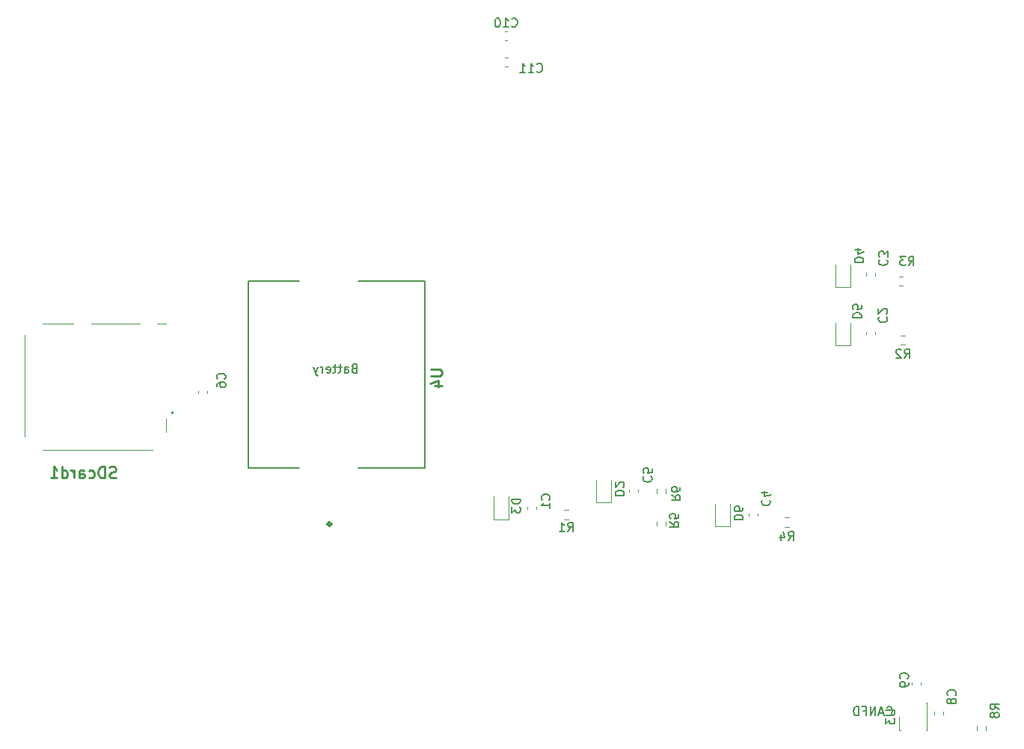
<source format=gbr>
%TF.GenerationSoftware,KiCad,Pcbnew,(5.1.8)-1*%
%TF.CreationDate,2021-01-17T18:30:32+01:00*%
%TF.ProjectId,teensy4_header_breakout,7465656e-7379-4345-9f68-65616465725f,rev?*%
%TF.SameCoordinates,Original*%
%TF.FileFunction,Legend,Bot*%
%TF.FilePolarity,Positive*%
%FSLAX46Y46*%
G04 Gerber Fmt 4.6, Leading zero omitted, Abs format (unit mm)*
G04 Created by KiCad (PCBNEW (5.1.8)-1) date 2021-01-17 18:30:32*
%MOMM*%
%LPD*%
G01*
G04 APERTURE LIST*
%ADD10C,0.150000*%
%ADD11C,0.120000*%
%ADD12C,0.400000*%
%ADD13C,0.200000*%
%ADD14C,0.100000*%
%ADD15C,0.254000*%
G04 APERTURE END LIST*
D10*
X153145928Y-110288342D02*
X153193547Y-110335961D01*
X153336404Y-110383580D01*
X153431642Y-110383580D01*
X153574500Y-110335961D01*
X153669738Y-110240723D01*
X153717357Y-110145485D01*
X153764976Y-109955009D01*
X153764976Y-109812152D01*
X153717357Y-109621676D01*
X153669738Y-109526438D01*
X153574500Y-109431200D01*
X153431642Y-109383580D01*
X153336404Y-109383580D01*
X153193547Y-109431200D01*
X153145928Y-109478819D01*
X152764976Y-110097866D02*
X152288785Y-110097866D01*
X152860214Y-110383580D02*
X152526880Y-109383580D01*
X152193547Y-110383580D01*
X151860214Y-110383580D02*
X151860214Y-109383580D01*
X151288785Y-110383580D01*
X151288785Y-109383580D01*
X150479261Y-109859771D02*
X150812595Y-109859771D01*
X150812595Y-110383580D02*
X150812595Y-109383580D01*
X150336404Y-109383580D01*
X149955452Y-110383580D02*
X149955452Y-109383580D01*
X149717357Y-109383580D01*
X149574500Y-109431200D01*
X149479261Y-109526438D01*
X149431642Y-109621676D01*
X149384023Y-109812152D01*
X149384023Y-109955009D01*
X149431642Y-110145485D01*
X149479261Y-110240723D01*
X149574500Y-110335961D01*
X149717357Y-110383580D01*
X149955452Y-110383580D01*
X92851028Y-71035871D02*
X92708171Y-71083490D01*
X92660552Y-71131109D01*
X92612933Y-71226347D01*
X92612933Y-71369204D01*
X92660552Y-71464442D01*
X92708171Y-71512061D01*
X92803409Y-71559680D01*
X93184361Y-71559680D01*
X93184361Y-70559680D01*
X92851028Y-70559680D01*
X92755790Y-70607300D01*
X92708171Y-70654919D01*
X92660552Y-70750157D01*
X92660552Y-70845395D01*
X92708171Y-70940633D01*
X92755790Y-70988252D01*
X92851028Y-71035871D01*
X93184361Y-71035871D01*
X91755790Y-71559680D02*
X91755790Y-71035871D01*
X91803409Y-70940633D01*
X91898647Y-70893014D01*
X92089123Y-70893014D01*
X92184361Y-70940633D01*
X91755790Y-71512061D02*
X91851028Y-71559680D01*
X92089123Y-71559680D01*
X92184361Y-71512061D01*
X92231980Y-71416823D01*
X92231980Y-71321585D01*
X92184361Y-71226347D01*
X92089123Y-71178728D01*
X91851028Y-71178728D01*
X91755790Y-71131109D01*
X91422457Y-70893014D02*
X91041504Y-70893014D01*
X91279600Y-70559680D02*
X91279600Y-71416823D01*
X91231980Y-71512061D01*
X91136742Y-71559680D01*
X91041504Y-71559680D01*
X90851028Y-70893014D02*
X90470076Y-70893014D01*
X90708171Y-70559680D02*
X90708171Y-71416823D01*
X90660552Y-71512061D01*
X90565314Y-71559680D01*
X90470076Y-71559680D01*
X89755790Y-71512061D02*
X89851028Y-71559680D01*
X90041504Y-71559680D01*
X90136742Y-71512061D01*
X90184361Y-71416823D01*
X90184361Y-71035871D01*
X90136742Y-70940633D01*
X90041504Y-70893014D01*
X89851028Y-70893014D01*
X89755790Y-70940633D01*
X89708171Y-71035871D01*
X89708171Y-71131109D01*
X90184361Y-71226347D01*
X89279600Y-71559680D02*
X89279600Y-70893014D01*
X89279600Y-71083490D02*
X89231980Y-70988252D01*
X89184361Y-70940633D01*
X89089123Y-70893014D01*
X88993885Y-70893014D01*
X88755790Y-70893014D02*
X88517695Y-71559680D01*
X88279600Y-70893014D02*
X88517695Y-71559680D01*
X88612933Y-71797776D01*
X88660552Y-71845395D01*
X88755790Y-71893014D01*
D11*
%TO.C,C10*%
X110198780Y-33885600D02*
X109917620Y-33885600D01*
X110198780Y-32865600D02*
X109917620Y-32865600D01*
%TO.C,D3*%
X110374800Y-88139400D02*
X108674800Y-88139400D01*
X108674800Y-88139400D02*
X108674800Y-85589400D01*
X110374800Y-88139400D02*
X110374800Y-85589400D01*
%TO.C,R1*%
X116628142Y-88152500D02*
X117102658Y-88152500D01*
X116628142Y-87107500D02*
X117102658Y-87107500D01*
%TO.C,C1*%
X112418400Y-86983180D02*
X112418400Y-86702020D01*
X113438400Y-86983180D02*
X113438400Y-86702020D01*
%TO.C,R4*%
X141596342Y-88990700D02*
X142070858Y-88990700D01*
X141596342Y-87945700D02*
X142070858Y-87945700D01*
%TO.C,C6*%
X75182000Y-73902180D02*
X75182000Y-73621020D01*
X76202000Y-73902180D02*
X76202000Y-73621020D01*
%TO.C,D6*%
X135419200Y-88977600D02*
X133719200Y-88977600D01*
X133719200Y-88977600D02*
X133719200Y-86427600D01*
X135419200Y-88977600D02*
X135419200Y-86427600D01*
%TO.C,D5*%
X149008200Y-68454400D02*
X147308200Y-68454400D01*
X147308200Y-68454400D02*
X147308200Y-65904400D01*
X149008200Y-68454400D02*
X149008200Y-65904400D01*
%TO.C,D4*%
X149008200Y-61825000D02*
X147308200Y-61825000D01*
X147308200Y-61825000D02*
X147308200Y-59275000D01*
X149008200Y-61825000D02*
X149008200Y-59275000D01*
%TO.C,D2*%
X121957200Y-86243000D02*
X120257200Y-86243000D01*
X120257200Y-86243000D02*
X120257200Y-83693000D01*
X121957200Y-86243000D02*
X121957200Y-83693000D01*
D12*
%TO.C,U4*%
X90215850Y-88699000D02*
G75*
G03*
X90215850Y-88699000I-169050J0D01*
G01*
X89985800Y-88699000D02*
G75*
G03*
X89985800Y-88699000I-21000J0D01*
G01*
D13*
X80866800Y-61205000D02*
X86642800Y-61205000D01*
X100866800Y-61205000D02*
X93290800Y-61205000D01*
X80866800Y-82305000D02*
X86642800Y-82305000D01*
X100866800Y-82305000D02*
X93290800Y-82305000D01*
X80866800Y-82305000D02*
X80866800Y-61205000D01*
X100866800Y-82305000D02*
X100866800Y-61205000D01*
D11*
%TO.C,U3*%
X157693800Y-112075400D02*
X157543800Y-112075400D01*
X157693800Y-108955400D02*
X157693800Y-112075400D01*
X154573800Y-110515400D02*
X154573800Y-112075400D01*
X157693800Y-108955400D02*
X157543800Y-108955400D01*
X154573800Y-112075400D02*
X154723800Y-112075400D01*
D13*
%TO.C,SDcard1*%
X72277200Y-76189400D02*
X72277200Y-76189400D01*
X72277200Y-75989400D02*
X72277200Y-75989400D01*
D14*
X70077200Y-80289400D02*
X57577200Y-80289400D01*
X71577200Y-76789400D02*
X71577200Y-78289400D01*
X70577200Y-65989400D02*
X71577200Y-65989400D01*
X63077200Y-65989400D02*
X68577200Y-65989400D01*
X57577200Y-65989400D02*
X61077200Y-65989400D01*
X55577200Y-67289400D02*
X55577200Y-78789400D01*
D13*
X72277200Y-76189400D02*
G75*
G02*
X72277200Y-75989400I0J100000D01*
G01*
X72277200Y-75989400D02*
G75*
G02*
X72277200Y-76189400I0J-100000D01*
G01*
D11*
%TO.C,R8*%
X163307500Y-112089024D02*
X163307500Y-111579576D01*
X164352500Y-112089024D02*
X164352500Y-111579576D01*
%TO.C,R6*%
X127112500Y-85187058D02*
X127112500Y-84712542D01*
X128157500Y-85187058D02*
X128157500Y-84712542D01*
%TO.C,R5*%
X128157500Y-88895458D02*
X128157500Y-88420942D01*
X127112500Y-88895458D02*
X127112500Y-88420942D01*
%TO.C,R3*%
X154499542Y-60666100D02*
X154974058Y-60666100D01*
X154499542Y-61711100D02*
X154974058Y-61711100D01*
%TO.C,R2*%
X154728142Y-68391300D02*
X155202658Y-68391300D01*
X154728142Y-67346300D02*
X155202658Y-67346300D01*
%TO.C,C11*%
X109943020Y-35812000D02*
X110224180Y-35812000D01*
X109943020Y-36832000D02*
X110224180Y-36832000D01*
%TO.C,C9*%
X156004800Y-106922180D02*
X156004800Y-106641020D01*
X157024800Y-106922180D02*
X157024800Y-106641020D01*
%TO.C,C8*%
X159514000Y-109955420D02*
X159514000Y-110236580D01*
X158494000Y-109955420D02*
X158494000Y-110236580D01*
%TO.C,C5*%
X123975400Y-85040380D02*
X123975400Y-84759220D01*
X124995400Y-85040380D02*
X124995400Y-84759220D01*
%TO.C,C4*%
X137488200Y-87795980D02*
X137488200Y-87514820D01*
X138508200Y-87795980D02*
X138508200Y-87514820D01*
%TO.C,C3*%
X150797800Y-60541780D02*
X150797800Y-60260620D01*
X151817800Y-60541780D02*
X151817800Y-60260620D01*
%TO.C,C2*%
X150823200Y-67221980D02*
X150823200Y-66940820D01*
X151843200Y-67221980D02*
X151843200Y-66940820D01*
%TO.C,C10*%
D10*
X110701057Y-32302742D02*
X110748676Y-32350361D01*
X110891533Y-32397980D01*
X110986771Y-32397980D01*
X111129628Y-32350361D01*
X111224866Y-32255123D01*
X111272485Y-32159885D01*
X111320104Y-31969409D01*
X111320104Y-31826552D01*
X111272485Y-31636076D01*
X111224866Y-31540838D01*
X111129628Y-31445600D01*
X110986771Y-31397980D01*
X110891533Y-31397980D01*
X110748676Y-31445600D01*
X110701057Y-31493219D01*
X109748676Y-32397980D02*
X110320104Y-32397980D01*
X110034390Y-32397980D02*
X110034390Y-31397980D01*
X110129628Y-31540838D01*
X110224866Y-31636076D01*
X110320104Y-31683695D01*
X109129628Y-31397980D02*
X109034390Y-31397980D01*
X108939152Y-31445600D01*
X108891533Y-31493219D01*
X108843914Y-31588457D01*
X108796295Y-31778933D01*
X108796295Y-32017028D01*
X108843914Y-32207504D01*
X108891533Y-32302742D01*
X108939152Y-32350361D01*
X109034390Y-32397980D01*
X109129628Y-32397980D01*
X109224866Y-32350361D01*
X109272485Y-32302742D01*
X109320104Y-32207504D01*
X109367723Y-32017028D01*
X109367723Y-31778933D01*
X109320104Y-31588457D01*
X109272485Y-31493219D01*
X109224866Y-31445600D01*
X109129628Y-31397980D01*
%TO.C,D3*%
X111678980Y-85850504D02*
X110678980Y-85850504D01*
X110678980Y-86088600D01*
X110726600Y-86231457D01*
X110821838Y-86326695D01*
X110917076Y-86374314D01*
X111107552Y-86421933D01*
X111250409Y-86421933D01*
X111440885Y-86374314D01*
X111536123Y-86326695D01*
X111631361Y-86231457D01*
X111678980Y-86088600D01*
X111678980Y-85850504D01*
X110678980Y-86755266D02*
X110678980Y-87374314D01*
X111059933Y-87040980D01*
X111059933Y-87183838D01*
X111107552Y-87279076D01*
X111155171Y-87326695D01*
X111250409Y-87374314D01*
X111488504Y-87374314D01*
X111583742Y-87326695D01*
X111631361Y-87279076D01*
X111678980Y-87183838D01*
X111678980Y-86898123D01*
X111631361Y-86802885D01*
X111583742Y-86755266D01*
%TO.C,R1*%
X117032066Y-89512380D02*
X117365400Y-89036190D01*
X117603495Y-89512380D02*
X117603495Y-88512380D01*
X117222542Y-88512380D01*
X117127304Y-88560000D01*
X117079685Y-88607619D01*
X117032066Y-88702857D01*
X117032066Y-88845714D01*
X117079685Y-88940952D01*
X117127304Y-88988571D01*
X117222542Y-89036190D01*
X117603495Y-89036190D01*
X116079685Y-89512380D02*
X116651114Y-89512380D01*
X116365400Y-89512380D02*
X116365400Y-88512380D01*
X116460638Y-88655238D01*
X116555876Y-88750476D01*
X116651114Y-88798095D01*
%TO.C,C1*%
X114936542Y-85939333D02*
X114984161Y-85891714D01*
X115031780Y-85748857D01*
X115031780Y-85653619D01*
X114984161Y-85510761D01*
X114888923Y-85415523D01*
X114793685Y-85367904D01*
X114603209Y-85320285D01*
X114460352Y-85320285D01*
X114269876Y-85367904D01*
X114174638Y-85415523D01*
X114079400Y-85510761D01*
X114031780Y-85653619D01*
X114031780Y-85748857D01*
X114079400Y-85891714D01*
X114127019Y-85939333D01*
X115031780Y-86891714D02*
X115031780Y-86320285D01*
X115031780Y-86606000D02*
X114031780Y-86606000D01*
X114174638Y-86510761D01*
X114269876Y-86415523D01*
X114317495Y-86320285D01*
%TO.C,R4*%
X142000266Y-90546180D02*
X142333600Y-90069990D01*
X142571695Y-90546180D02*
X142571695Y-89546180D01*
X142190742Y-89546180D01*
X142095504Y-89593800D01*
X142047885Y-89641419D01*
X142000266Y-89736657D01*
X142000266Y-89879514D01*
X142047885Y-89974752D01*
X142095504Y-90022371D01*
X142190742Y-90069990D01*
X142571695Y-90069990D01*
X141143123Y-89879514D02*
X141143123Y-90546180D01*
X141381219Y-89498561D02*
X141619314Y-90212847D01*
X141000266Y-90212847D01*
%TO.C,C6*%
X78208142Y-72248733D02*
X78255761Y-72201114D01*
X78303380Y-72058257D01*
X78303380Y-71963019D01*
X78255761Y-71820161D01*
X78160523Y-71724923D01*
X78065285Y-71677304D01*
X77874809Y-71629685D01*
X77731952Y-71629685D01*
X77541476Y-71677304D01*
X77446238Y-71724923D01*
X77351000Y-71820161D01*
X77303380Y-71963019D01*
X77303380Y-72058257D01*
X77351000Y-72201114D01*
X77398619Y-72248733D01*
X77303380Y-73105876D02*
X77303380Y-72915400D01*
X77351000Y-72820161D01*
X77398619Y-72772542D01*
X77541476Y-72677304D01*
X77731952Y-72629685D01*
X78112904Y-72629685D01*
X78208142Y-72677304D01*
X78255761Y-72724923D01*
X78303380Y-72820161D01*
X78303380Y-73010638D01*
X78255761Y-73105876D01*
X78208142Y-73153495D01*
X78112904Y-73201114D01*
X77874809Y-73201114D01*
X77779571Y-73153495D01*
X77731952Y-73105876D01*
X77684333Y-73010638D01*
X77684333Y-72820161D01*
X77731952Y-72724923D01*
X77779571Y-72677304D01*
X77874809Y-72629685D01*
%TO.C,D6*%
X135869419Y-88215695D02*
X136869419Y-88215695D01*
X136869419Y-87977600D01*
X136821800Y-87834742D01*
X136726561Y-87739504D01*
X136631323Y-87691885D01*
X136440847Y-87644266D01*
X136297990Y-87644266D01*
X136107514Y-87691885D01*
X136012276Y-87739504D01*
X135917038Y-87834742D01*
X135869419Y-87977600D01*
X135869419Y-88215695D01*
X136869419Y-86787123D02*
X136869419Y-86977600D01*
X136821800Y-87072838D01*
X136774180Y-87120457D01*
X136631323Y-87215695D01*
X136440847Y-87263314D01*
X136059895Y-87263314D01*
X135964657Y-87215695D01*
X135917038Y-87168076D01*
X135869419Y-87072838D01*
X135869419Y-86882361D01*
X135917038Y-86787123D01*
X135964657Y-86739504D01*
X136059895Y-86691885D01*
X136297990Y-86691885D01*
X136393228Y-86739504D01*
X136440847Y-86787123D01*
X136488466Y-86882361D01*
X136488466Y-87072838D01*
X136440847Y-87168076D01*
X136393228Y-87215695D01*
X136297990Y-87263314D01*
%TO.C,D5*%
X149280619Y-65330295D02*
X150280619Y-65330295D01*
X150280619Y-65092200D01*
X150233000Y-64949342D01*
X150137761Y-64854104D01*
X150042523Y-64806485D01*
X149852047Y-64758866D01*
X149709190Y-64758866D01*
X149518714Y-64806485D01*
X149423476Y-64854104D01*
X149328238Y-64949342D01*
X149280619Y-65092200D01*
X149280619Y-65330295D01*
X150280619Y-63854104D02*
X150280619Y-64330295D01*
X149804428Y-64377914D01*
X149852047Y-64330295D01*
X149899666Y-64235057D01*
X149899666Y-63996961D01*
X149852047Y-63901723D01*
X149804428Y-63854104D01*
X149709190Y-63806485D01*
X149471095Y-63806485D01*
X149375857Y-63854104D01*
X149328238Y-63901723D01*
X149280619Y-63996961D01*
X149280619Y-64235057D01*
X149328238Y-64330295D01*
X149375857Y-64377914D01*
%TO.C,D4*%
X149509219Y-59031095D02*
X150509219Y-59031095D01*
X150509219Y-58793000D01*
X150461600Y-58650142D01*
X150366361Y-58554904D01*
X150271123Y-58507285D01*
X150080647Y-58459666D01*
X149937790Y-58459666D01*
X149747314Y-58507285D01*
X149652076Y-58554904D01*
X149556838Y-58650142D01*
X149509219Y-58793000D01*
X149509219Y-59031095D01*
X150175885Y-57602523D02*
X149509219Y-57602523D01*
X150556838Y-57840619D02*
X149842552Y-58078714D01*
X149842552Y-57459666D01*
%TO.C,D2*%
X122407419Y-85447095D02*
X123407419Y-85447095D01*
X123407419Y-85209000D01*
X123359800Y-85066142D01*
X123264561Y-84970904D01*
X123169323Y-84923285D01*
X122978847Y-84875666D01*
X122835990Y-84875666D01*
X122645514Y-84923285D01*
X122550276Y-84970904D01*
X122455038Y-85066142D01*
X122407419Y-85209000D01*
X122407419Y-85447095D01*
X123312180Y-84494714D02*
X123359800Y-84447095D01*
X123407419Y-84351857D01*
X123407419Y-84113761D01*
X123359800Y-84018523D01*
X123312180Y-83970904D01*
X123216942Y-83923285D01*
X123121704Y-83923285D01*
X122978847Y-83970904D01*
X122407419Y-84542333D01*
X122407419Y-83923285D01*
%TO.C,U4*%
D15*
X101514123Y-71168380D02*
X102542219Y-71168380D01*
X102663171Y-71228857D01*
X102723647Y-71289333D01*
X102784123Y-71410285D01*
X102784123Y-71652190D01*
X102723647Y-71773142D01*
X102663171Y-71833619D01*
X102542219Y-71894095D01*
X101514123Y-71894095D01*
X101937457Y-73043142D02*
X102784123Y-73043142D01*
X101453647Y-72740761D02*
X102360790Y-72438380D01*
X102360790Y-73224571D01*
%TO.C,U3*%
D10*
X153036180Y-109753495D02*
X153845704Y-109753495D01*
X153940942Y-109801114D01*
X153988561Y-109848733D01*
X154036180Y-109943971D01*
X154036180Y-110134447D01*
X153988561Y-110229685D01*
X153940942Y-110277304D01*
X153845704Y-110324923D01*
X153036180Y-110324923D01*
X153036180Y-110705876D02*
X153036180Y-111324923D01*
X153417133Y-110991590D01*
X153417133Y-111134447D01*
X153464752Y-111229685D01*
X153512371Y-111277304D01*
X153607609Y-111324923D01*
X153845704Y-111324923D01*
X153940942Y-111277304D01*
X153988561Y-111229685D01*
X154036180Y-111134447D01*
X154036180Y-110848733D01*
X153988561Y-110753495D01*
X153940942Y-110705876D01*
%TO.C,SDcard1*%
D15*
X65893647Y-83394247D02*
X65712219Y-83454723D01*
X65409838Y-83454723D01*
X65288885Y-83394247D01*
X65228409Y-83333771D01*
X65167933Y-83212819D01*
X65167933Y-83091866D01*
X65228409Y-82970914D01*
X65288885Y-82910438D01*
X65409838Y-82849961D01*
X65651742Y-82789485D01*
X65772695Y-82729009D01*
X65833171Y-82668533D01*
X65893647Y-82547580D01*
X65893647Y-82426628D01*
X65833171Y-82305676D01*
X65772695Y-82245200D01*
X65651742Y-82184723D01*
X65349361Y-82184723D01*
X65167933Y-82245200D01*
X64623647Y-83454723D02*
X64623647Y-82184723D01*
X64321266Y-82184723D01*
X64139838Y-82245200D01*
X64018885Y-82366152D01*
X63958409Y-82487104D01*
X63897933Y-82729009D01*
X63897933Y-82910438D01*
X63958409Y-83152342D01*
X64018885Y-83273295D01*
X64139838Y-83394247D01*
X64321266Y-83454723D01*
X64623647Y-83454723D01*
X62809361Y-83394247D02*
X62930314Y-83454723D01*
X63172219Y-83454723D01*
X63293171Y-83394247D01*
X63353647Y-83333771D01*
X63414123Y-83212819D01*
X63414123Y-82849961D01*
X63353647Y-82729009D01*
X63293171Y-82668533D01*
X63172219Y-82608057D01*
X62930314Y-82608057D01*
X62809361Y-82668533D01*
X61720790Y-83454723D02*
X61720790Y-82789485D01*
X61781266Y-82668533D01*
X61902219Y-82608057D01*
X62144123Y-82608057D01*
X62265076Y-82668533D01*
X61720790Y-83394247D02*
X61841742Y-83454723D01*
X62144123Y-83454723D01*
X62265076Y-83394247D01*
X62325552Y-83273295D01*
X62325552Y-83152342D01*
X62265076Y-83031390D01*
X62144123Y-82970914D01*
X61841742Y-82970914D01*
X61720790Y-82910438D01*
X61116028Y-83454723D02*
X61116028Y-82608057D01*
X61116028Y-82849961D02*
X61055552Y-82729009D01*
X60995076Y-82668533D01*
X60874123Y-82608057D01*
X60753171Y-82608057D01*
X59785552Y-83454723D02*
X59785552Y-82184723D01*
X59785552Y-83394247D02*
X59906504Y-83454723D01*
X60148409Y-83454723D01*
X60269361Y-83394247D01*
X60329838Y-83333771D01*
X60390314Y-83212819D01*
X60390314Y-82849961D01*
X60329838Y-82729009D01*
X60269361Y-82668533D01*
X60148409Y-82608057D01*
X59906504Y-82608057D01*
X59785552Y-82668533D01*
X58515552Y-83454723D02*
X59241266Y-83454723D01*
X58878409Y-83454723D02*
X58878409Y-82184723D01*
X58999361Y-82366152D01*
X59120314Y-82487104D01*
X59241266Y-82547580D01*
%TO.C,R8*%
D10*
X165857180Y-109662933D02*
X165380990Y-109329600D01*
X165857180Y-109091504D02*
X164857180Y-109091504D01*
X164857180Y-109472457D01*
X164904800Y-109567695D01*
X164952419Y-109615314D01*
X165047657Y-109662933D01*
X165190514Y-109662933D01*
X165285752Y-109615314D01*
X165333371Y-109567695D01*
X165380990Y-109472457D01*
X165380990Y-109091504D01*
X165285752Y-110234361D02*
X165238133Y-110139123D01*
X165190514Y-110091504D01*
X165095276Y-110043885D01*
X165047657Y-110043885D01*
X164952419Y-110091504D01*
X164904800Y-110139123D01*
X164857180Y-110234361D01*
X164857180Y-110424838D01*
X164904800Y-110520076D01*
X164952419Y-110567695D01*
X165047657Y-110615314D01*
X165095276Y-110615314D01*
X165190514Y-110567695D01*
X165238133Y-110520076D01*
X165285752Y-110424838D01*
X165285752Y-110234361D01*
X165333371Y-110139123D01*
X165380990Y-110091504D01*
X165476228Y-110043885D01*
X165666704Y-110043885D01*
X165761942Y-110091504D01*
X165809561Y-110139123D01*
X165857180Y-110234361D01*
X165857180Y-110424838D01*
X165809561Y-110520076D01*
X165761942Y-110567695D01*
X165666704Y-110615314D01*
X165476228Y-110615314D01*
X165380990Y-110567695D01*
X165333371Y-110520076D01*
X165285752Y-110424838D01*
%TO.C,R6*%
X128757419Y-85409066D02*
X129233609Y-85742400D01*
X128757419Y-85980495D02*
X129757419Y-85980495D01*
X129757419Y-85599542D01*
X129709800Y-85504304D01*
X129662180Y-85456685D01*
X129566942Y-85409066D01*
X129424085Y-85409066D01*
X129328847Y-85456685D01*
X129281228Y-85504304D01*
X129233609Y-85599542D01*
X129233609Y-85980495D01*
X129757419Y-84551923D02*
X129757419Y-84742400D01*
X129709800Y-84837638D01*
X129662180Y-84885257D01*
X129519323Y-84980495D01*
X129328847Y-85028114D01*
X128947895Y-85028114D01*
X128852657Y-84980495D01*
X128805038Y-84932876D01*
X128757419Y-84837638D01*
X128757419Y-84647161D01*
X128805038Y-84551923D01*
X128852657Y-84504304D01*
X128947895Y-84456685D01*
X129185990Y-84456685D01*
X129281228Y-84504304D01*
X129328847Y-84551923D01*
X129376466Y-84647161D01*
X129376466Y-84837638D01*
X129328847Y-84932876D01*
X129281228Y-84980495D01*
X129185990Y-85028114D01*
%TO.C,R5*%
X128579619Y-88457066D02*
X129055809Y-88790400D01*
X128579619Y-89028495D02*
X129579619Y-89028495D01*
X129579619Y-88647542D01*
X129532000Y-88552304D01*
X129484380Y-88504685D01*
X129389142Y-88457066D01*
X129246285Y-88457066D01*
X129151047Y-88504685D01*
X129103428Y-88552304D01*
X129055809Y-88647542D01*
X129055809Y-89028495D01*
X129579619Y-87552304D02*
X129579619Y-88028495D01*
X129103428Y-88076114D01*
X129151047Y-88028495D01*
X129198666Y-87933257D01*
X129198666Y-87695161D01*
X129151047Y-87599923D01*
X129103428Y-87552304D01*
X129008190Y-87504685D01*
X128770095Y-87504685D01*
X128674857Y-87552304D01*
X128627238Y-87599923D01*
X128579619Y-87695161D01*
X128579619Y-87933257D01*
X128627238Y-88028495D01*
X128674857Y-88076114D01*
%TO.C,R3*%
X155614666Y-59380380D02*
X155948000Y-58904190D01*
X156186095Y-59380380D02*
X156186095Y-58380380D01*
X155805142Y-58380380D01*
X155709904Y-58428000D01*
X155662285Y-58475619D01*
X155614666Y-58570857D01*
X155614666Y-58713714D01*
X155662285Y-58808952D01*
X155709904Y-58856571D01*
X155805142Y-58904190D01*
X156186095Y-58904190D01*
X155281333Y-58380380D02*
X154662285Y-58380380D01*
X154995619Y-58761333D01*
X154852761Y-58761333D01*
X154757523Y-58808952D01*
X154709904Y-58856571D01*
X154662285Y-58951809D01*
X154662285Y-59189904D01*
X154709904Y-59285142D01*
X154757523Y-59332761D01*
X154852761Y-59380380D01*
X155138476Y-59380380D01*
X155233714Y-59332761D01*
X155281333Y-59285142D01*
%TO.C,R2*%
X155132066Y-69895980D02*
X155465400Y-69419790D01*
X155703495Y-69895980D02*
X155703495Y-68895980D01*
X155322542Y-68895980D01*
X155227304Y-68943600D01*
X155179685Y-68991219D01*
X155132066Y-69086457D01*
X155132066Y-69229314D01*
X155179685Y-69324552D01*
X155227304Y-69372171D01*
X155322542Y-69419790D01*
X155703495Y-69419790D01*
X154751114Y-68991219D02*
X154703495Y-68943600D01*
X154608257Y-68895980D01*
X154370161Y-68895980D01*
X154274923Y-68943600D01*
X154227304Y-68991219D01*
X154179685Y-69086457D01*
X154179685Y-69181695D01*
X154227304Y-69324552D01*
X154798733Y-69895980D01*
X154179685Y-69895980D01*
%TO.C,C11*%
X113545857Y-37415742D02*
X113593476Y-37463361D01*
X113736333Y-37510980D01*
X113831571Y-37510980D01*
X113974428Y-37463361D01*
X114069666Y-37368123D01*
X114117285Y-37272885D01*
X114164904Y-37082409D01*
X114164904Y-36939552D01*
X114117285Y-36749076D01*
X114069666Y-36653838D01*
X113974428Y-36558600D01*
X113831571Y-36510980D01*
X113736333Y-36510980D01*
X113593476Y-36558600D01*
X113545857Y-36606219D01*
X112593476Y-37510980D02*
X113164904Y-37510980D01*
X112879190Y-37510980D02*
X112879190Y-36510980D01*
X112974428Y-36653838D01*
X113069666Y-36749076D01*
X113164904Y-36796695D01*
X111641095Y-37510980D02*
X112212523Y-37510980D01*
X111926809Y-37510980D02*
X111926809Y-36510980D01*
X112022047Y-36653838D01*
X112117285Y-36749076D01*
X112212523Y-36796695D01*
%TO.C,C9*%
X155500342Y-106183133D02*
X155547961Y-106135514D01*
X155595580Y-105992657D01*
X155595580Y-105897419D01*
X155547961Y-105754561D01*
X155452723Y-105659323D01*
X155357485Y-105611704D01*
X155167009Y-105564085D01*
X155024152Y-105564085D01*
X154833676Y-105611704D01*
X154738438Y-105659323D01*
X154643200Y-105754561D01*
X154595580Y-105897419D01*
X154595580Y-105992657D01*
X154643200Y-106135514D01*
X154690819Y-106183133D01*
X155595580Y-106659323D02*
X155595580Y-106849800D01*
X155547961Y-106945038D01*
X155500342Y-106992657D01*
X155357485Y-107087895D01*
X155167009Y-107135514D01*
X154786057Y-107135514D01*
X154690819Y-107087895D01*
X154643200Y-107040276D01*
X154595580Y-106945038D01*
X154595580Y-106754561D01*
X154643200Y-106659323D01*
X154690819Y-106611704D01*
X154786057Y-106564085D01*
X155024152Y-106564085D01*
X155119390Y-106611704D01*
X155167009Y-106659323D01*
X155214628Y-106754561D01*
X155214628Y-106945038D01*
X155167009Y-107040276D01*
X155119390Y-107087895D01*
X155024152Y-107135514D01*
%TO.C,C8*%
X160885142Y-108088133D02*
X160932761Y-108040514D01*
X160980380Y-107897657D01*
X160980380Y-107802419D01*
X160932761Y-107659561D01*
X160837523Y-107564323D01*
X160742285Y-107516704D01*
X160551809Y-107469085D01*
X160408952Y-107469085D01*
X160218476Y-107516704D01*
X160123238Y-107564323D01*
X160028000Y-107659561D01*
X159980380Y-107802419D01*
X159980380Y-107897657D01*
X160028000Y-108040514D01*
X160075619Y-108088133D01*
X160408952Y-108659561D02*
X160361333Y-108564323D01*
X160313714Y-108516704D01*
X160218476Y-108469085D01*
X160170857Y-108469085D01*
X160075619Y-108516704D01*
X160028000Y-108564323D01*
X159980380Y-108659561D01*
X159980380Y-108850038D01*
X160028000Y-108945276D01*
X160075619Y-108992895D01*
X160170857Y-109040514D01*
X160218476Y-109040514D01*
X160313714Y-108992895D01*
X160361333Y-108945276D01*
X160408952Y-108850038D01*
X160408952Y-108659561D01*
X160456571Y-108564323D01*
X160504190Y-108516704D01*
X160599428Y-108469085D01*
X160789904Y-108469085D01*
X160885142Y-108516704D01*
X160932761Y-108564323D01*
X160980380Y-108659561D01*
X160980380Y-108850038D01*
X160932761Y-108945276D01*
X160885142Y-108992895D01*
X160789904Y-109040514D01*
X160599428Y-109040514D01*
X160504190Y-108992895D01*
X160456571Y-108945276D01*
X160408952Y-108850038D01*
%TO.C,C5*%
X125652257Y-83300866D02*
X125604638Y-83348485D01*
X125557019Y-83491342D01*
X125557019Y-83586580D01*
X125604638Y-83729438D01*
X125699876Y-83824676D01*
X125795114Y-83872295D01*
X125985590Y-83919914D01*
X126128447Y-83919914D01*
X126318923Y-83872295D01*
X126414161Y-83824676D01*
X126509400Y-83729438D01*
X126557019Y-83586580D01*
X126557019Y-83491342D01*
X126509400Y-83348485D01*
X126461780Y-83300866D01*
X126557019Y-82396104D02*
X126557019Y-82872295D01*
X126080828Y-82919914D01*
X126128447Y-82872295D01*
X126176066Y-82777057D01*
X126176066Y-82538961D01*
X126128447Y-82443723D01*
X126080828Y-82396104D01*
X125985590Y-82348485D01*
X125747495Y-82348485D01*
X125652257Y-82396104D01*
X125604638Y-82443723D01*
X125557019Y-82538961D01*
X125557019Y-82777057D01*
X125604638Y-82872295D01*
X125652257Y-82919914D01*
%TO.C,C4*%
X139063457Y-85967866D02*
X139015838Y-86015485D01*
X138968219Y-86158342D01*
X138968219Y-86253580D01*
X139015838Y-86396438D01*
X139111076Y-86491676D01*
X139206314Y-86539295D01*
X139396790Y-86586914D01*
X139539647Y-86586914D01*
X139730123Y-86539295D01*
X139825361Y-86491676D01*
X139920600Y-86396438D01*
X139968219Y-86253580D01*
X139968219Y-86158342D01*
X139920600Y-86015485D01*
X139872980Y-85967866D01*
X139634885Y-85110723D02*
X138968219Y-85110723D01*
X140015838Y-85348819D02*
X139301552Y-85586914D01*
X139301552Y-84967866D01*
%TO.C,C3*%
X152322257Y-58764466D02*
X152274638Y-58812085D01*
X152227019Y-58954942D01*
X152227019Y-59050180D01*
X152274638Y-59193038D01*
X152369876Y-59288276D01*
X152465114Y-59335895D01*
X152655590Y-59383514D01*
X152798447Y-59383514D01*
X152988923Y-59335895D01*
X153084161Y-59288276D01*
X153179400Y-59193038D01*
X153227019Y-59050180D01*
X153227019Y-58954942D01*
X153179400Y-58812085D01*
X153131780Y-58764466D01*
X153227019Y-58431133D02*
X153227019Y-57812085D01*
X152846066Y-58145419D01*
X152846066Y-58002561D01*
X152798447Y-57907323D01*
X152750828Y-57859704D01*
X152655590Y-57812085D01*
X152417495Y-57812085D01*
X152322257Y-57859704D01*
X152274638Y-57907323D01*
X152227019Y-58002561D01*
X152227019Y-58288276D01*
X152274638Y-58383514D01*
X152322257Y-58431133D01*
%TO.C,C2*%
X152296857Y-65241466D02*
X152249238Y-65289085D01*
X152201619Y-65431942D01*
X152201619Y-65527180D01*
X152249238Y-65670038D01*
X152344476Y-65765276D01*
X152439714Y-65812895D01*
X152630190Y-65860514D01*
X152773047Y-65860514D01*
X152963523Y-65812895D01*
X153058761Y-65765276D01*
X153154000Y-65670038D01*
X153201619Y-65527180D01*
X153201619Y-65431942D01*
X153154000Y-65289085D01*
X153106380Y-65241466D01*
X153106380Y-64860514D02*
X153154000Y-64812895D01*
X153201619Y-64717657D01*
X153201619Y-64479561D01*
X153154000Y-64384323D01*
X153106380Y-64336704D01*
X153011142Y-64289085D01*
X152915904Y-64289085D01*
X152773047Y-64336704D01*
X152201619Y-64908133D01*
X152201619Y-64289085D01*
%TD*%
M02*

</source>
